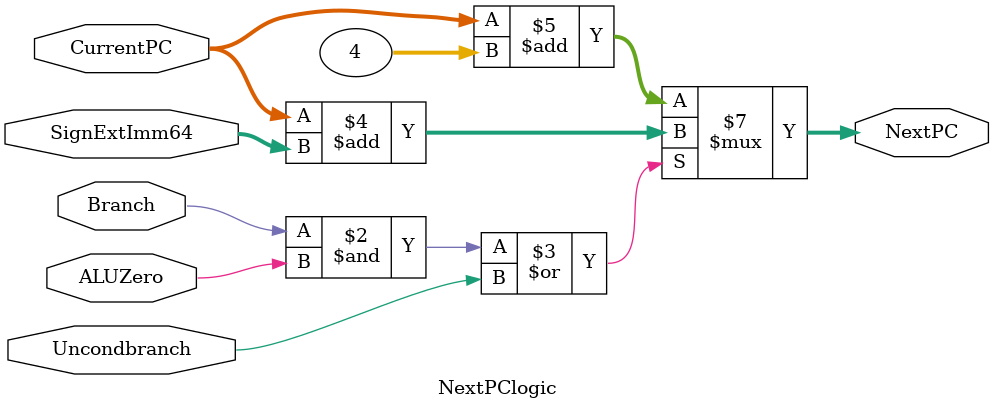
<source format=v>
module NextPClogic(NextPC, CurrentPC, SignExtImm64, Branch, ALUZero, Uncondbranch); 
   input [63:0] CurrentPC, SignExtImm64; 
   input 	Branch, ALUZero, Uncondbranch; 
   output reg [63:0] NextPC; 
   always @(*) begin
	   if((Branch & ALUZero) | Uncondbranch) begin
		NextPC = CurrentPC + SignExtImm64;
	   end
	   else begin
	       NextPC = CurrentPC + 4;
	   end
   end

endmodule

</source>
